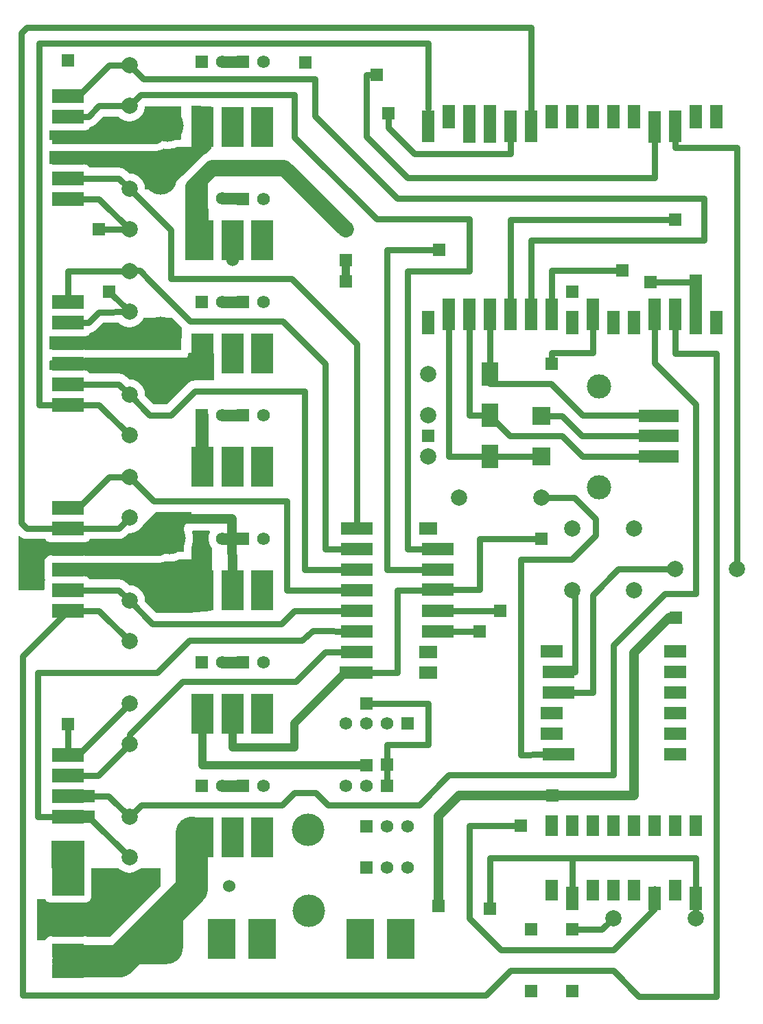
<source format=gtl>
G04 Layer: TopLayer*
G04 EasyEDA v6.5.22, 2022-12-11 22:38:22*
G04 16a389ef0e6e420cbb75d7452a4fa289,4d866ca34c7e4626bfa8f39187415ab3,10*
G04 Gerber Generator version 0.2*
G04 Scale: 100 percent, Rotated: No, Reflected: No *
G04 Dimensions in millimeters *
G04 leading zeros omitted , absolute positions ,4 integer and 5 decimal *
%FSLAX45Y45*%
%MOMM*%

%ADD10C,1.2000*%
%ADD11C,0.8000*%
%ADD12C,1.5000*%
%ADD13C,1.4000*%
%ADD14C,1.0000*%
%ADD15C,2.0000*%
%ADD16C,1.6000*%
%ADD17C,4.0000*%
%ADD18R,1.6000X3.0000*%
%ADD19R,4.0000X1.6000*%
%ADD20R,2.0000X3.0000*%
%ADD21R,1.6000X4.0000*%
%ADD22R,1.6000X2.5000*%
%ADD23R,2.2000X2.2000*%
%ADD24R,5.0000X1.5000*%
%ADD25C,3.0000*%
%ADD26R,1.5750X1.5750*%
%ADD27C,1.5750*%
%ADD28R,4.0000X1.7000*%
%ADD29R,1.6000X1.6000*%
%ADD30R,2.7000X5.0000*%
%ADD31R,2.8000X1.6000*%
%ADD32R,3.5000X5.0000*%
%ADD33R,2.2000X1.6000*%
%ADD34R,1.2000X1.6000*%
%ADD35R,1.2000X1.2000*%
%ADD36R,1.2000X1.4000*%
%ADD37C,1.5240*%
%ADD38R,1.5240X1.5240*%
%ADD39R,1.5000X1.5000*%
%ADD40R,0.0176X1.5000*%

%LPD*%
G36*
X-5168900Y3769004D02*
G01*
X-5172811Y3769766D01*
X-5176113Y3772001D01*
X-5178298Y3775252D01*
X-5179110Y3779164D01*
X-5179110Y3877157D01*
X-5178094Y3881526D01*
X-5175300Y3885082D01*
X-5171287Y3887063D01*
X-5165750Y3886860D01*
X-5152644Y3885946D01*
X-4753356Y3885946D01*
X-4740249Y3886860D01*
X-4727803Y3889552D01*
X-4715814Y3894023D01*
X-4704638Y3900170D01*
X-4694377Y3907790D01*
X-4685385Y3916832D01*
X-4677714Y3927043D01*
X-4676495Y3929278D01*
X-4673904Y3932377D01*
X-4670298Y3934206D01*
X-4658106Y3937558D01*
X-4654854Y3938676D01*
X-4644136Y3943146D01*
X-4640986Y3944670D01*
X-4627930Y3952138D01*
X-4618532Y3958945D01*
X-4615840Y3961129D01*
X-4607255Y3969004D01*
X-4517796Y4058513D01*
X-4514494Y4060698D01*
X-4510582Y4061510D01*
X-4333697Y4061510D01*
X-4329938Y4060799D01*
X-4326788Y4058767D01*
X-4312818Y4045813D01*
X-4297730Y4034434D01*
X-4281627Y4024579D01*
X-4264609Y4016349D01*
X-4246880Y4009898D01*
X-4228541Y4005224D01*
X-4209846Y4002430D01*
X-4191000Y4001465D01*
X-4172153Y4002430D01*
X-4153458Y4005224D01*
X-4135120Y4009898D01*
X-4117390Y4016349D01*
X-4100372Y4024579D01*
X-4084269Y4034434D01*
X-4069181Y4045813D01*
X-4055364Y4058665D01*
X-4042867Y4072839D01*
X-4031792Y4088180D01*
X-4022394Y4104538D01*
X-4014622Y4121759D01*
X-4008577Y4139641D01*
X-4004360Y4158081D01*
X-4002024Y4176826D01*
X-4001160Y4181348D01*
X-3998976Y4184548D01*
X-3995674Y4186682D01*
X-3991864Y4187444D01*
X-3566160Y4187444D01*
X-3562248Y4186682D01*
X-3558997Y4184446D01*
X-3556762Y4181144D01*
X-3556000Y4177284D01*
X-3556000Y3781958D01*
X-3556762Y3778097D01*
X-3558946Y3774795D01*
X-3562248Y3772560D01*
X-3566160Y3771798D01*
G37*

%LPD*%
G36*
X-3416757Y3730853D02*
G01*
X-3421227Y3730955D01*
X-3425240Y3732936D01*
X-3427984Y3736441D01*
X-3429000Y3740810D01*
X-3429000Y4180687D01*
X-3428187Y4184599D01*
X-3425951Y4187901D01*
X-3422599Y4190136D01*
X-3418687Y4190847D01*
X-3191459Y4187647D01*
X-3187446Y4186783D01*
X-3184144Y4184396D01*
X-3182010Y4180840D01*
X-3181502Y4176776D01*
X-3182620Y4172813D01*
X-3409797Y3736136D01*
X-3412693Y3732733D01*
G37*

%LPD*%
G36*
X-3991406Y3162300D02*
G01*
X-3995115Y3163011D01*
X-3998315Y3164992D01*
X-4000550Y3168040D01*
X-4001515Y3171698D01*
X-4002989Y3191459D01*
X-4006240Y3210052D01*
X-4011371Y3228238D01*
X-4018279Y3245815D01*
X-4026915Y3262629D01*
X-4037126Y3278479D01*
X-4048912Y3293262D01*
X-4062120Y3306775D01*
X-4076598Y3318916D01*
X-4092194Y3329584D01*
X-4108805Y3338626D01*
X-4126179Y3345942D01*
X-4144264Y3351529D01*
X-4162755Y3355238D01*
X-4181551Y3357118D01*
X-4192879Y3357118D01*
X-4196791Y3357930D01*
X-4200042Y3360115D01*
X-4229811Y3389884D01*
X-4238396Y3397758D01*
X-4241088Y3399942D01*
X-4250486Y3406749D01*
X-4263542Y3414217D01*
X-4266692Y3415741D01*
X-4277410Y3420211D01*
X-4280662Y3421329D01*
X-4291838Y3424478D01*
X-4295190Y3425240D01*
X-4306671Y3427069D01*
X-4310126Y3427425D01*
X-4321759Y3427933D01*
X-4669739Y3427933D01*
X-4672838Y3428441D01*
X-4675632Y3429812D01*
X-4677867Y3432048D01*
X-4685385Y3442055D01*
X-4694377Y3451047D01*
X-4704638Y3458718D01*
X-4715814Y3464814D01*
X-4727803Y3469284D01*
X-4740249Y3472027D01*
X-4753356Y3472942D01*
X-5152644Y3472942D01*
X-5165750Y3472027D01*
X-5171287Y3471824D01*
X-5175300Y3473805D01*
X-5178094Y3477310D01*
X-5179110Y3481730D01*
X-5179110Y3623157D01*
X-5178094Y3627577D01*
X-5175300Y3631082D01*
X-5171287Y3633063D01*
X-5165750Y3632860D01*
X-5152644Y3631946D01*
X-4753356Y3631946D01*
X-4740249Y3632860D01*
X-4727803Y3635603D01*
X-4725873Y3636314D01*
X-4722317Y3636924D01*
X-3864508Y3636924D01*
X-3855465Y3637178D01*
X-3846626Y3637889D01*
X-3837838Y3639007D01*
X-3829100Y3640632D01*
X-3820464Y3642715D01*
X-3811981Y3645255D01*
X-3803599Y3648201D01*
X-3795420Y3651605D01*
X-3787394Y3655415D01*
X-3779672Y3659632D01*
X-3774795Y3662679D01*
X-3771290Y3664102D01*
X-3767531Y3664102D01*
X-3762298Y3663137D01*
X-3738778Y3660698D01*
X-3715207Y3660241D01*
X-3691636Y3661664D01*
X-3668217Y3665067D01*
X-3645204Y3670300D01*
X-3622700Y3677412D01*
X-3612794Y3681476D01*
X-3608984Y3682237D01*
X-3187750Y3682949D01*
X-3183788Y3682187D01*
X-3180486Y3679901D01*
X-3178302Y3676548D01*
X-3177540Y3672636D01*
X-3178403Y3668725D01*
X-3180689Y3665423D01*
X-3248863Y3600450D01*
X-3251555Y3598621D01*
X-3264306Y3592576D01*
X-3280257Y3583025D01*
X-3295192Y3571951D01*
X-3309162Y3559251D01*
X-3537407Y3331006D01*
X-3550107Y3317036D01*
X-3560368Y3303422D01*
X-3705453Y3165094D01*
X-3708704Y3163011D01*
X-3712464Y3162300D01*
G37*

%LPD*%
G36*
X-3564636Y1181963D02*
G01*
X-4722774Y1182116D01*
X-4740249Y1186027D01*
X-4753356Y1186942D01*
X-5152644Y1186942D01*
X-5165750Y1186027D01*
X-5171287Y1185824D01*
X-5175300Y1187805D01*
X-5178094Y1191310D01*
X-5179110Y1195730D01*
X-5179110Y1337157D01*
X-5178094Y1341577D01*
X-5175300Y1345082D01*
X-5171287Y1347063D01*
X-5165750Y1346860D01*
X-5152644Y1345946D01*
X-4753356Y1345946D01*
X-4740249Y1346860D01*
X-4727803Y1349603D01*
X-4715814Y1354023D01*
X-4704638Y1360170D01*
X-4694377Y1367790D01*
X-4685385Y1376832D01*
X-4677714Y1387043D01*
X-4676495Y1389278D01*
X-4673904Y1392377D01*
X-4670298Y1394206D01*
X-4658106Y1397558D01*
X-4654854Y1398676D01*
X-4644136Y1403146D01*
X-4640986Y1404670D01*
X-4627930Y1412138D01*
X-4618532Y1418945D01*
X-4615840Y1421130D01*
X-4607255Y1429004D01*
X-4520793Y1515516D01*
X-4517542Y1517700D01*
X-4513681Y1518462D01*
X-4332325Y1520139D01*
X-4328566Y1519478D01*
X-4325315Y1517446D01*
X-4312818Y1505813D01*
X-4297730Y1494434D01*
X-4281627Y1484579D01*
X-4264609Y1476400D01*
X-4246880Y1469898D01*
X-4228541Y1465275D01*
X-4209846Y1462430D01*
X-4191000Y1461516D01*
X-4172153Y1462430D01*
X-4153458Y1465275D01*
X-4135120Y1469898D01*
X-4117390Y1476400D01*
X-4100372Y1484579D01*
X-4084269Y1494434D01*
X-4069181Y1505813D01*
X-4055364Y1518666D01*
X-4042867Y1532839D01*
X-4031792Y1548180D01*
X-4022394Y1564538D01*
X-4018838Y1572361D01*
X-4016603Y1575562D01*
X-4013301Y1577644D01*
X-4009491Y1578356D01*
X-3671620Y1575765D01*
X-3667760Y1575003D01*
X-3664508Y1572818D01*
X-3549904Y1458163D01*
X-3547618Y1454759D01*
X-3546906Y1450695D01*
X-3554476Y1191818D01*
X-3555339Y1188059D01*
X-3557524Y1184859D01*
X-3560826Y1182725D01*
G37*

%LPD*%
G36*
X-3882694Y506933D02*
G01*
X-3886606Y507746D01*
X-3889908Y509930D01*
X-3998772Y618794D01*
X-4001008Y622198D01*
X-4001719Y626211D01*
X-4001566Y632612D01*
X-4002989Y651459D01*
X-4006240Y670052D01*
X-4011371Y688238D01*
X-4018279Y705815D01*
X-4026915Y722630D01*
X-4037126Y738479D01*
X-4048912Y753262D01*
X-4062120Y766775D01*
X-4076598Y778916D01*
X-4092194Y789584D01*
X-4108805Y798626D01*
X-4126179Y805942D01*
X-4144264Y811530D01*
X-4162755Y815289D01*
X-4181551Y817168D01*
X-4192879Y817168D01*
X-4196791Y817930D01*
X-4200093Y820115D01*
X-4229811Y849884D01*
X-4238396Y857758D01*
X-4241088Y859942D01*
X-4250486Y866749D01*
X-4263542Y874217D01*
X-4266692Y875741D01*
X-4277410Y880211D01*
X-4280662Y881329D01*
X-4291838Y884478D01*
X-4295190Y885240D01*
X-4306671Y887069D01*
X-4310126Y887425D01*
X-4321759Y887933D01*
X-4669739Y887933D01*
X-4672838Y888441D01*
X-4675632Y889812D01*
X-4677867Y892048D01*
X-4685385Y902055D01*
X-4694377Y911047D01*
X-4704638Y918718D01*
X-4715814Y924814D01*
X-4727803Y929284D01*
X-4740249Y932027D01*
X-4753356Y932942D01*
X-5152644Y932942D01*
X-5165750Y932027D01*
X-5171287Y931824D01*
X-5175300Y933805D01*
X-5178094Y937310D01*
X-5179110Y941730D01*
X-5179110Y1039774D01*
X-5178298Y1043635D01*
X-5176113Y1046937D01*
X-5172811Y1049172D01*
X-5168950Y1049934D01*
X-3556304Y1049934D01*
X-3543452Y1050798D01*
X-3531006Y1053490D01*
X-3519017Y1057910D01*
X-3507790Y1064006D01*
X-3499205Y1070254D01*
X-3489960Y1079042D01*
X-3488486Y1080668D01*
X-3480815Y1090879D01*
X-3475583Y1100074D01*
X-3470808Y1111910D01*
X-3467760Y1124356D01*
X-3466846Y1133195D01*
X-3465829Y1136802D01*
X-3463594Y1139799D01*
X-3460445Y1141780D01*
X-3456736Y1142441D01*
X-3159760Y1143000D01*
X-3155899Y1142187D01*
X-3152597Y1140002D01*
X-3150362Y1136700D01*
X-3149600Y1132840D01*
X-3149600Y812749D01*
X-3150362Y808888D01*
X-3152546Y805586D01*
X-3155848Y803402D01*
X-3159760Y802589D01*
X-3387140Y802589D01*
X-3398774Y802081D01*
X-3402228Y801725D01*
X-3413658Y799896D01*
X-3417062Y799134D01*
X-3428237Y795985D01*
X-3431489Y794867D01*
X-3442208Y790397D01*
X-3445357Y788873D01*
X-3455466Y783234D01*
X-3458362Y781405D01*
X-3467760Y774598D01*
X-3470452Y772414D01*
X-3479088Y764540D01*
X-3733647Y509930D01*
X-3736949Y507746D01*
X-3740810Y506984D01*
G37*

%LPD*%
G36*
X-5551932Y-1781556D02*
G01*
X-5555792Y-1780793D01*
X-5559094Y-1778558D01*
X-5561330Y-1775307D01*
X-5562092Y-1771396D01*
X-5562092Y-1125474D01*
X-5561380Y-1121765D01*
X-5559298Y-1118514D01*
X-5556199Y-1116279D01*
X-5552490Y-1115364D01*
X-5548731Y-1115872D01*
X-5545378Y-1117701D01*
X-5541365Y-1121105D01*
X-5532018Y-1127861D01*
X-5529122Y-1129690D01*
X-5519013Y-1135329D01*
X-5515864Y-1136853D01*
X-5505145Y-1141323D01*
X-5501894Y-1142441D01*
X-5490718Y-1145590D01*
X-5487314Y-1146352D01*
X-5475884Y-1148181D01*
X-5472430Y-1148537D01*
X-5460796Y-1149045D01*
X-5236260Y-1149045D01*
X-5233162Y-1149553D01*
X-5230368Y-1150924D01*
X-5228132Y-1153160D01*
X-5220614Y-1163167D01*
X-5211572Y-1172159D01*
X-5201361Y-1179830D01*
X-5190185Y-1185976D01*
X-5178196Y-1190396D01*
X-5165750Y-1193139D01*
X-5152644Y-1194054D01*
X-4753356Y-1194054D01*
X-4740249Y-1193139D01*
X-4727803Y-1190396D01*
X-4715814Y-1185976D01*
X-4704638Y-1179830D01*
X-4694377Y-1172159D01*
X-4685385Y-1163167D01*
X-4677867Y-1153160D01*
X-4675632Y-1150924D01*
X-4672838Y-1149553D01*
X-4669739Y-1149045D01*
X-4321759Y-1149045D01*
X-4310126Y-1148537D01*
X-4306671Y-1148181D01*
X-4295190Y-1146352D01*
X-4291838Y-1145590D01*
X-4280662Y-1142441D01*
X-4277410Y-1141323D01*
X-4266692Y-1136853D01*
X-4263542Y-1135329D01*
X-4250486Y-1127861D01*
X-4241088Y-1121054D01*
X-4238396Y-1118870D01*
X-4229811Y-1110996D01*
X-4200245Y-1081379D01*
X-4196689Y-1079093D01*
X-4192524Y-1078433D01*
X-4172153Y-1077569D01*
X-4153458Y-1074724D01*
X-4135120Y-1070102D01*
X-4117390Y-1063599D01*
X-4100372Y-1055420D01*
X-4084269Y-1045565D01*
X-4069181Y-1034186D01*
X-4055364Y-1021334D01*
X-4042867Y-1007160D01*
X-4031792Y-991819D01*
X-4026408Y-982471D01*
X-4024833Y-980389D01*
X-3862730Y-818286D01*
X-3859428Y-816102D01*
X-3855516Y-815289D01*
X-3439160Y-815289D01*
X-3435248Y-816102D01*
X-3431997Y-818286D01*
X-3429762Y-821588D01*
X-3429000Y-825449D01*
X-3429000Y-920597D01*
X-3429711Y-924356D01*
X-3431743Y-927557D01*
X-3434791Y-929792D01*
X-3438448Y-930757D01*
X-3441750Y-930960D01*
X-3454196Y-933703D01*
X-3466185Y-938174D01*
X-3477361Y-944270D01*
X-3487572Y-951941D01*
X-3496614Y-960932D01*
X-3504285Y-971194D01*
X-3510381Y-982370D01*
X-3514851Y-994359D01*
X-3517595Y-1006805D01*
X-3518509Y-1019911D01*
X-3518509Y-1300886D01*
X-3519271Y-1304798D01*
X-3521506Y-1308049D01*
X-3524758Y-1310284D01*
X-3528669Y-1311046D01*
X-5079644Y-1311046D01*
X-5092750Y-1311960D01*
X-5105196Y-1314704D01*
X-5117185Y-1319174D01*
X-5128361Y-1325270D01*
X-5138572Y-1332941D01*
X-5147614Y-1341932D01*
X-5153304Y-1349603D01*
X-5156606Y-1352397D01*
X-5160721Y-1353616D01*
X-5165750Y-1353972D01*
X-5178196Y-1356715D01*
X-5190185Y-1361135D01*
X-5201361Y-1367282D01*
X-5211572Y-1374952D01*
X-5220614Y-1383944D01*
X-5228285Y-1394155D01*
X-5234381Y-1405382D01*
X-5238851Y-1417370D01*
X-5241544Y-1429816D01*
X-5242509Y-1442923D01*
X-5242509Y-1612188D01*
X-5241544Y-1625295D01*
X-5238851Y-1637741D01*
X-5234127Y-1650390D01*
X-5233517Y-1655165D01*
X-5234127Y-1658721D01*
X-5238851Y-1671370D01*
X-5241544Y-1683816D01*
X-5242509Y-1696923D01*
X-5242509Y-1771396D01*
X-5243271Y-1775307D01*
X-5245455Y-1778558D01*
X-5248757Y-1780793D01*
X-5252669Y-1781556D01*
G37*

%LPD*%
G36*
X-3848150Y-2067610D02*
G01*
X-3852062Y-2066798D01*
X-3855364Y-2064613D01*
X-3998722Y-1921205D01*
X-4001008Y-1917801D01*
X-4001719Y-1913788D01*
X-4001566Y-1907387D01*
X-4002989Y-1888540D01*
X-4006240Y-1869948D01*
X-4011371Y-1851761D01*
X-4018279Y-1834184D01*
X-4026865Y-1817370D01*
X-4037126Y-1801520D01*
X-4048912Y-1786737D01*
X-4062120Y-1773224D01*
X-4076598Y-1761083D01*
X-4092194Y-1750415D01*
X-4108754Y-1741373D01*
X-4126179Y-1734057D01*
X-4144213Y-1728470D01*
X-4162755Y-1724710D01*
X-4181551Y-1722831D01*
X-4192879Y-1722831D01*
X-4196791Y-1722069D01*
X-4200093Y-1719884D01*
X-4229811Y-1690116D01*
X-4238396Y-1682242D01*
X-4241088Y-1680057D01*
X-4250486Y-1673250D01*
X-4263542Y-1665782D01*
X-4266692Y-1664258D01*
X-4277410Y-1659788D01*
X-4280662Y-1658670D01*
X-4291838Y-1655521D01*
X-4295190Y-1654759D01*
X-4306671Y-1652930D01*
X-4310126Y-1652574D01*
X-4321759Y-1652066D01*
X-4669739Y-1652066D01*
X-4672838Y-1651558D01*
X-4675632Y-1650187D01*
X-4677867Y-1647952D01*
X-4685385Y-1637944D01*
X-4694377Y-1628952D01*
X-4704638Y-1621282D01*
X-4715814Y-1615135D01*
X-4727803Y-1610715D01*
X-4740249Y-1607972D01*
X-4753356Y-1607058D01*
X-5069840Y-1607058D01*
X-5073700Y-1606296D01*
X-5077002Y-1604060D01*
X-5079238Y-1600758D01*
X-5080000Y-1596898D01*
X-5080000Y-1458214D01*
X-5079238Y-1454353D01*
X-5077002Y-1451051D01*
X-5073700Y-1448816D01*
X-5069840Y-1448054D01*
X-4753356Y-1448054D01*
X-4740249Y-1447139D01*
X-4727803Y-1444396D01*
X-4725873Y-1443685D01*
X-4722317Y-1443075D01*
X-3826408Y-1443075D01*
X-3817365Y-1442821D01*
X-3808526Y-1442110D01*
X-3799738Y-1440992D01*
X-3791000Y-1439367D01*
X-3782364Y-1437284D01*
X-3773881Y-1434744D01*
X-3765550Y-1431798D01*
X-3755948Y-1427734D01*
X-3753104Y-1426972D01*
X-3750106Y-1427073D01*
X-3736898Y-1429562D01*
X-3713378Y-1431950D01*
X-3689756Y-1432458D01*
X-3666185Y-1430985D01*
X-3642817Y-1427632D01*
X-3619804Y-1422400D01*
X-3597300Y-1415237D01*
X-3575405Y-1406347D01*
X-3566210Y-1401673D01*
X-3563975Y-1400810D01*
X-3561587Y-1400556D01*
X-3430015Y-1400556D01*
X-3429000Y-1399540D01*
X-3429000Y-1257300D01*
X-3428339Y-1253642D01*
X-3421481Y-1235811D01*
X-3414826Y-1213154D01*
X-3410051Y-1190040D01*
X-3407156Y-1166571D01*
X-3406190Y-1143000D01*
X-3407156Y-1119378D01*
X-3410051Y-1095959D01*
X-3414826Y-1072845D01*
X-3417315Y-1064209D01*
X-3417722Y-1060500D01*
X-3416706Y-1056894D01*
X-3414471Y-1053896D01*
X-3411270Y-1051915D01*
X-3407613Y-1051204D01*
X-3204464Y-1051204D01*
X-3200400Y-1052068D01*
X-3196996Y-1054506D01*
X-3194862Y-1058113D01*
X-3194354Y-1062278D01*
X-3195624Y-1066292D01*
X-3199282Y-1072997D01*
X-3206292Y-1089456D01*
X-3211423Y-1106627D01*
X-3214776Y-1124204D01*
X-3216198Y-1142085D01*
X-3215690Y-1159967D01*
X-3213354Y-1177747D01*
X-3209086Y-1195120D01*
X-3202990Y-1211986D01*
X-3195167Y-1228090D01*
X-3185668Y-1243279D01*
X-3177184Y-1254099D01*
X-3175558Y-1257046D01*
X-3175000Y-1260348D01*
X-3175000Y-2026462D01*
X-3175660Y-2030069D01*
X-3177590Y-2033219D01*
X-3180486Y-2035505D01*
X-3184042Y-2036572D01*
X-3463899Y-2067610D01*
G37*

%LPD*%
G36*
X-5323840Y-6099556D02*
G01*
X-5327700Y-6098794D01*
X-5331002Y-6096558D01*
X-5333238Y-6093256D01*
X-5334000Y-6089396D01*
X-5334000Y-5601716D01*
X-5333238Y-5597804D01*
X-5331002Y-5594502D01*
X-5327700Y-5592318D01*
X-5323840Y-5591556D01*
X-5237784Y-5591556D01*
X-5234228Y-5592165D01*
X-5231130Y-5594045D01*
X-5220614Y-5608167D01*
X-5211572Y-5617159D01*
X-5201361Y-5624830D01*
X-5190185Y-5630926D01*
X-5178196Y-5635396D01*
X-5165750Y-5638139D01*
X-5152644Y-5639054D01*
X-5143195Y-5639409D01*
X-4750155Y-5639409D01*
X-4737049Y-5638444D01*
X-4724603Y-5635752D01*
X-4712614Y-5631281D01*
X-4701387Y-5625185D01*
X-4691176Y-5617514D01*
X-4682185Y-5608472D01*
X-4674514Y-5598261D01*
X-4668367Y-5587085D01*
X-4663948Y-5575096D01*
X-4661204Y-5562600D01*
X-4660290Y-5549544D01*
X-4660290Y-5220716D01*
X-4659528Y-5216804D01*
X-4657293Y-5213502D01*
X-4653991Y-5211318D01*
X-4650130Y-5210556D01*
X-4332325Y-5210556D01*
X-4328363Y-5211368D01*
X-4325061Y-5213604D01*
X-4319879Y-5218887D01*
X-4305401Y-5231028D01*
X-4289806Y-5241696D01*
X-4273194Y-5250738D01*
X-4255820Y-5258054D01*
X-4237736Y-5263642D01*
X-4219244Y-5267350D01*
X-4200448Y-5269230D01*
X-4181551Y-5269230D01*
X-4162755Y-5267350D01*
X-4144264Y-5263642D01*
X-4126179Y-5258054D01*
X-4108805Y-5250738D01*
X-4092194Y-5241696D01*
X-4076598Y-5231028D01*
X-4062120Y-5218887D01*
X-4056938Y-5213604D01*
X-4053636Y-5211368D01*
X-4049674Y-5210556D01*
X-3820160Y-5210556D01*
X-3816248Y-5211318D01*
X-3812997Y-5213502D01*
X-3810762Y-5216804D01*
X-3810000Y-5220716D01*
X-3810000Y-5431891D01*
X-3810762Y-5435803D01*
X-3812997Y-5439105D01*
X-4434941Y-6061049D01*
X-4438243Y-6063284D01*
X-4442155Y-6064046D01*
X-4706112Y-6064046D01*
X-4708601Y-6063742D01*
X-4710988Y-6062776D01*
X-4715814Y-6060135D01*
X-4727803Y-6055664D01*
X-4740249Y-6052972D01*
X-4753356Y-6052058D01*
X-5152644Y-6052058D01*
X-5165750Y-6052972D01*
X-5178196Y-6055664D01*
X-5190185Y-6060135D01*
X-5201361Y-6066282D01*
X-5211572Y-6073902D01*
X-5220614Y-6082944D01*
X-5231130Y-6097066D01*
X-5234228Y-6098895D01*
X-5237784Y-6099556D01*
G37*

%LPD*%
G36*
X-5156200Y-4876800D02*
G01*
X-5143500Y-5549900D01*
X-4749800Y-5549900D01*
X-4749800Y-4876800D01*
G37*
G36*
X-3505200Y2552700D02*
G01*
X-3505200Y2286000D01*
X-3378200Y2286000D01*
X-3289300Y2536444D01*
X-3488944Y2536444D01*
G37*
G36*
X-4025900Y-6070600D02*
G01*
X-4222750Y-6267450D01*
X-4089400Y-6400800D01*
X-3733800Y-6400800D01*
G37*
G36*
X-3525113Y-5848350D02*
G01*
X-3790035Y-5850128D01*
X-3728313Y-5911850D01*
X-3728313Y-6216650D01*
X-3525113Y-6191250D01*
G37*
D10*
X2552694Y-2120894D02*
G01*
X2463794Y-2120894D01*
X2031994Y-2552694D01*
X2031994Y-4317992D01*
X1024105Y-4317992D01*
D11*
X889005Y369443D02*
G01*
X1142994Y369443D01*
X1392976Y119456D01*
X2338981Y119456D01*
X-388873Y-1778507D02*
G01*
X127000Y-1778507D01*
X127000Y-1616963D01*
X127000Y-1146555D01*
X889000Y-1146555D01*
X-1389019Y-2797555D02*
G01*
X-1523994Y-2797555D01*
X2235200Y2019300D02*
G01*
X2781300Y2019300D01*
X2794000Y2032000D01*
D12*
X2793974Y1520342D02*
G01*
X2793974Y2031974D01*
X2794000Y2032000D01*
D13*
X-3047994Y-2670558D02*
G01*
X-2793994Y-2670558D01*
D14*
X-3289294Y-3305555D02*
G01*
X-3289294Y-3940555D01*
X-1269994Y-3940555D01*
X-1270005Y-3958336D01*
D11*
X-253994Y1520444D02*
G01*
X-253994Y-130555D01*
X889005Y-130555D01*
D13*
X-3047994Y1774441D02*
G01*
X-2793994Y1774441D01*
D11*
X-4953000Y-2035555D02*
G01*
X-5511800Y-2594355D01*
X-5511800Y-6781800D01*
X203200Y-6781800D01*
X508000Y-6477000D01*
X1778000Y-6477000D01*
X2095500Y-6794500D01*
X3048000Y-6794500D01*
X3048000Y1139444D01*
X2543556Y1139444D01*
X2540000Y1143000D01*
X2540000Y1520444D01*
X2540000Y4060444D02*
G01*
X2540000Y3679444D01*
X3302000Y3679444D01*
X3302000Y-1524000D01*
D15*
X-3302000Y2536444D02*
G01*
X-3403600Y2536444D01*
X-3403600Y3196844D01*
X-3175000Y3425444D01*
X-2282444Y3425444D01*
X-1524000Y2667000D01*
D16*
X-3289292Y2552694D02*
G01*
X-3301992Y2565394D01*
X-3305700Y3294379D01*
D11*
X2794000Y-5829300D02*
G01*
X2794000Y-5083555D01*
X1270000Y-5083555D01*
X1270000Y-5480557D01*
X-1389126Y-1273555D02*
G01*
X-1778000Y-1273555D01*
X-1778000Y1012444D01*
X-2302255Y1536700D01*
X-3445255Y1536700D01*
X-3937000Y2028444D01*
X-4063992Y2158994D01*
X-4187444Y2155444D01*
X-4191000Y2151887D01*
D17*
X-3428992Y-4775189D02*
G01*
X-3428994Y-5464533D01*
X-4190994Y-6226533D01*
D11*
X-4191000Y-4579112D02*
G01*
X-4044187Y-4432300D01*
X-2311400Y-4432300D01*
X-2159000Y-4279900D01*
X-1892300Y-4279900D01*
X-1739900Y-4432300D01*
X-618744Y-4432300D01*
X-250444Y-4064000D01*
X997341Y-4064000D01*
X-1905000Y4445000D02*
G01*
X-1905000Y4064000D01*
X-889000Y3048000D01*
X2895600Y3048000D01*
X2895600Y2536444D01*
X762000Y2536444D01*
X762000Y1622044D01*
D12*
X254000Y4060317D02*
G01*
X254000Y3810000D01*
X-25Y4060342D02*
G01*
X0Y4060317D01*
X0Y3810000D01*
D11*
X-508000Y-1273555D02*
G01*
X-762000Y-1273555D01*
X-762000Y2155444D01*
X0Y2155444D01*
X0Y2794000D01*
X-1143000Y2794000D01*
X-2155444Y3806444D01*
X-2155444Y4330700D01*
X-4051300Y4330700D01*
X-4191000Y4191000D01*
X1524000Y1520444D02*
G01*
X1524000Y1143000D01*
X1016000Y1143000D01*
X1016000Y1012444D01*
X-4952994Y-3813555D02*
G01*
X-4952994Y-3432550D01*
X-4952994Y-4067555D02*
G01*
X-4575545Y-4067555D01*
X-4190994Y-3683002D01*
X-4952994Y4060444D02*
G01*
X-4698994Y4060444D01*
X-4568441Y4190997D01*
X-4190994Y4190997D01*
X-4952994Y3044444D02*
G01*
X-4568441Y3044444D01*
X-4190994Y2666997D01*
D17*
X-4190994Y-6226533D02*
G01*
X-4318012Y-6353550D01*
X-4952994Y-6353550D01*
D11*
X-4952994Y1520444D02*
G01*
X-4698994Y1520444D01*
X-4571994Y1647444D01*
X-4190994Y1650997D01*
X-1388993Y-2797555D02*
G01*
X-889005Y-2797555D01*
X-889005Y-1781555D01*
X-491995Y-1781555D01*
X-4952994Y1774444D02*
G01*
X-4952994Y2155436D01*
X-4444994Y2155436D01*
X-4194545Y2155436D01*
X-4190994Y2151890D01*
X-4952994Y-4575555D02*
G01*
X-4698994Y-4575555D01*
X-4190994Y1650997D02*
G01*
X-4441441Y1901444D01*
X-4444994Y1901444D01*
X-4952994Y3298444D02*
G01*
X-4321545Y3298444D01*
X-4190994Y3167890D01*
X-4952994Y504444D02*
G01*
X-4568441Y504444D01*
X-4190994Y126997D01*
X-4952994Y758444D02*
G01*
X-4321545Y758444D01*
X-4190994Y627890D01*
X-4952994Y-765555D02*
G01*
X-4825994Y-765555D01*
X-4444994Y-384555D01*
X-4194545Y-384555D01*
X-4190994Y-388109D01*
X-4952994Y-1019555D02*
G01*
X-4321545Y-1019555D01*
X-4190994Y-889002D01*
X-4952994Y-1781555D02*
G01*
X-4321545Y-1781555D01*
X-4190994Y-1912109D01*
X-4952994Y-2035555D02*
G01*
X-4568441Y-2035555D01*
X-4190994Y-2413002D01*
X-4952994Y-3813555D02*
G01*
X-4822441Y-3813555D01*
X-4190994Y-3182109D01*
X-4952994Y-4321555D02*
G01*
X-4448545Y-4321555D01*
X-4190994Y-4579109D01*
X-4952994Y-4575555D02*
G01*
X-4695441Y-4575555D01*
X-4190994Y-5080002D01*
X-388993Y-2289555D02*
G01*
X126994Y-2289550D01*
X380994Y-2035555D02*
G01*
X-388993Y-2035555D01*
X-4952994Y4314444D02*
G01*
X-4825987Y4314444D01*
X-4444994Y4695431D01*
X-4194535Y4695431D01*
X-4190994Y4691890D01*
X-368300Y2413000D02*
G01*
X-1016005Y2413000D01*
X-1016005Y-1527553D01*
X-508005Y-1527553D01*
X507982Y1621944D02*
G01*
X507982Y2790436D01*
X2539987Y2790436D01*
X1015982Y1621947D02*
G01*
X1015982Y2159000D01*
X1892300Y2159000D01*
X-4190994Y2666997D02*
G01*
X-4571994Y2666997D01*
D16*
X-4952994Y3806446D02*
G01*
X-3864353Y3806446D01*
X-3721100Y3949700D01*
X-3809994Y1393444D02*
G01*
X-3936994Y1266444D01*
X-4734328Y1266444D01*
X-3809994Y758444D02*
G01*
X-4063994Y1012444D01*
X-3416343Y1012444D01*
X-3289294Y1139492D01*
X-3289294Y1139492D02*
G01*
X-3416343Y1012444D01*
X-4734476Y1012598D01*
X-3695700Y-1143000D02*
G01*
X-3826253Y-1273553D01*
X-4734328Y-1273553D01*
X-3809994Y-1781555D02*
G01*
X-4063994Y-1527555D01*
X-4734328Y-1527555D01*
X-3809994Y3298444D02*
G01*
X-4063994Y3552444D01*
X-4734173Y3552598D01*
D11*
X508000Y4060444D02*
G01*
X508000Y3599942D01*
X-678942Y3599942D01*
X-999997Y3920997D01*
X-999997Y4100068D01*
X2286000Y4060444D02*
G01*
X2286000Y3302000D01*
X-762000Y3302000D01*
X-1270000Y3810000D01*
X-1270000Y4572000D01*
X-1143000Y4572000D01*
X1778000Y-5829300D02*
G01*
X1638330Y-5968969D01*
X1269987Y-5968969D01*
D13*
X-3047994Y-4194558D02*
G01*
X-2793994Y-4194558D01*
X-3047994Y377441D02*
G01*
X-2793994Y377441D01*
X-3048000Y3048000D02*
G01*
X-2797553Y3048000D01*
X-2793994Y3044441D01*
X-3047974Y4737100D02*
G01*
X-2794000Y4737100D01*
D11*
X254000Y1520444D02*
G01*
X254000Y762000D01*
X1012444Y762000D01*
X1397000Y377444D01*
X2339086Y377444D01*
X2339086Y-130555D02*
G01*
X1397000Y-130555D01*
X1143000Y123444D01*
X498855Y123444D01*
X244855Y377444D01*
X0Y377444D01*
X0Y1647444D01*
X-1016000Y-3934716D02*
G01*
X-1016000Y-3686555D01*
X-508000Y-3686555D01*
X-508000Y-3178555D01*
X-1270000Y-3178555D01*
X-1016000Y-4194555D02*
G01*
X-1016000Y-3934716D01*
X-4191000Y-1912112D02*
G01*
X-3906012Y-2197100D01*
X-2320544Y-2197100D01*
X-2159000Y-2035555D01*
X-1389126Y-2035555D01*
D14*
X-1523994Y2028441D02*
G01*
X-1523997Y2285994D01*
X-1388871Y-2797555D02*
G01*
X-1392681Y-2794000D01*
X-1524000Y-2794000D01*
X-2159000Y-3429000D01*
X-2159000Y-3721100D01*
X-2921000Y-3721100D01*
X-2921000Y-3305555D01*
D11*
X-4191000Y-3683000D02*
G01*
X-4191000Y-3559555D01*
X-3539744Y-2908300D01*
X-2142744Y-2908300D01*
X-1778000Y-2543555D01*
X-1388871Y-2543555D01*
X-4191000Y627887D02*
G01*
X-3940555Y377444D01*
X-3683000Y377444D01*
X-3387344Y673100D01*
X-2032000Y673100D01*
X-2032000Y-1527555D01*
X-1389126Y-1527555D01*
X-4191000Y3167887D02*
G01*
X-3683000Y2659887D01*
X-3683000Y2057400D01*
X-2187955Y2057400D01*
X-1389126Y1258570D01*
X-1389126Y-1019555D01*
X-4191000Y4691887D02*
G01*
X-4020312Y4521200D01*
X-1905000Y4521200D01*
X-1905000Y4445000D01*
X-4953000Y-1019555D02*
G01*
X-5461000Y-1019555D01*
X-5524500Y-956055D01*
X-5524500Y5089144D01*
X-5457444Y5156200D01*
X762000Y5156200D01*
X762000Y4060444D01*
X-4953000Y504444D02*
G01*
X-5308600Y504444D01*
X-5308600Y4965700D01*
X-508000Y4965700D01*
X-508000Y4162044D01*
X-4699000Y-4575555D02*
G01*
X-5321300Y-4575555D01*
X-5321300Y-2797555D01*
X-3848100Y-2797555D01*
X-3450844Y-2400300D01*
X-2060447Y-2400300D01*
X-1930394Y-2285994D01*
X-1389126Y-2289555D01*
X-4191000Y-388112D02*
G01*
X-4187444Y-388112D01*
X-3889755Y-685800D01*
X-2247900Y-685800D01*
X-2247900Y-1781555D01*
X-1388871Y-1781555D01*
X899998Y-3809992D02*
G01*
X635000Y-3813555D01*
X635000Y-1400555D01*
X1266444Y-1400555D01*
X1562100Y-1104900D01*
X1562100Y-901700D01*
X1298955Y-638555D01*
X889000Y-638555D01*
X1016000Y-2794000D02*
G01*
X1308100Y-2794000D01*
X1308100Y-1819655D01*
X1270000Y-1781555D01*
X2540000Y-1524000D02*
G01*
X1841500Y-1524000D01*
X1524000Y-1841500D01*
X1524000Y-3048000D01*
X1016000Y-3048000D01*
X1270000Y-5083553D02*
G01*
X254000Y-5083553D01*
X254000Y-5715000D01*
X2286000Y-5464553D02*
G01*
X2286000Y-5715000D01*
X1778000Y-6223000D01*
X393712Y-6223000D01*
X0Y-5829287D01*
X0Y-4686300D01*
X635000Y-4686300D01*
D10*
X1024105Y-4317992D02*
G01*
X-127002Y-4317992D01*
X-381000Y-4571989D01*
X-381000Y-5676889D01*
D11*
X997341Y-4064000D02*
G01*
X1778000Y-4064000D01*
X1778000Y-2463800D01*
X2413000Y-1828800D01*
X2794000Y-1828800D01*
X2794000Y508000D01*
X2286000Y1016000D01*
X2286000Y1520444D01*
D16*
X-3302000Y377444D02*
G01*
X-3302000Y-257555D01*
X-3289300Y-257555D01*
D13*
X-3047994Y-1146558D02*
G01*
X-2793994Y-1146558D01*
D10*
X-2921000Y-1781555D02*
G01*
X-2931160Y-901700D01*
X-3848100Y-901700D01*
X-3975100Y-1028700D01*
D18*
G01*
X2794000Y-5583554D03*
G01*
X2286000Y-5583554D03*
G01*
X1270000Y-5583554D03*
D19*
G01*
X1099997Y-3810000D03*
G01*
X1099997Y-3048000D03*
G01*
X1099997Y-2794000D03*
G01*
X-1388998Y-1019555D03*
G01*
X-1388998Y-1273555D03*
G01*
X-1388998Y-1527555D03*
G01*
X-1388998Y-1781555D03*
G01*
X-1388998Y-2035555D03*
G01*
X-1388998Y-2289555D03*
G01*
X-1388998Y-2543555D03*
G01*
X-1388998Y-2797555D03*
G01*
X-389001Y-1778558D03*
G01*
X-389001Y-2289555D03*
G01*
X-389001Y-2035555D03*
G01*
X-389001Y-1527555D03*
G01*
X-389001Y-1273555D03*
D20*
G01*
X254000Y-130555D03*
G01*
X254000Y377444D03*
G01*
X254000Y885444D03*
D21*
G01*
X2539974Y3940352D03*
G01*
X507974Y3940352D03*
G01*
X-508025Y3940352D03*
G01*
X2539974Y1621942D03*
G01*
X2285974Y1621942D03*
G01*
X1015974Y1621942D03*
G01*
X761974Y1621942D03*
G01*
X507974Y1621942D03*
G01*
X253974Y1621942D03*
G01*
X-25Y1621942D03*
G01*
X-254025Y1621942D03*
G01*
X761974Y3940352D03*
G01*
X1523974Y1621942D03*
G01*
X2285974Y3933342D03*
D17*
G01*
X-1981200Y-5737199D03*
G01*
X-1983206Y-4735195D03*
D22*
G01*
X2794000Y-4686554D03*
G01*
X2540000Y-4686554D03*
G01*
X1270000Y-4686554D03*
G01*
X1016000Y-4686554D03*
G01*
X2286000Y-4686554D03*
G01*
X2032000Y-4686554D03*
G01*
X1524000Y-4686554D03*
G01*
X1778000Y-4686554D03*
G01*
X1016000Y-5480557D03*
G01*
X1524000Y-5480557D03*
G01*
X1778000Y-5480557D03*
G01*
X2032000Y-5480557D03*
G01*
X2540000Y-5480557D03*
D23*
G01*
X889000Y-130555D03*
G01*
X889000Y369443D03*
D24*
G01*
X2338984Y-130555D03*
G01*
X2338984Y119456D03*
G01*
X2338984Y369443D03*
D25*
G01*
X1600200Y-511555D03*
G01*
X1600174Y733044D03*
D15*
G01*
X-127000Y-638555D03*
G01*
X889000Y-638555D03*
D26*
G01*
X-3301974Y4737100D03*
D27*
G01*
X-3047974Y4737100D03*
D26*
G01*
X-3302000Y1774444D03*
D27*
G01*
X-3048000Y1774444D03*
D26*
G01*
X-3302000Y-1146555D03*
D27*
G01*
X-3048000Y-1146555D03*
D26*
G01*
X-3302000Y-4194555D03*
D27*
G01*
X-3048000Y-4194555D03*
D26*
G01*
X-3301974Y3048000D03*
D27*
G01*
X-3048000Y3048000D03*
D26*
G01*
X-3302000Y-2670555D03*
D27*
G01*
X-3048000Y-2670555D03*
D26*
G01*
X-3302000Y377444D03*
D27*
G01*
X-3048000Y377444D03*
D26*
G01*
X-2794000Y4737100D03*
D27*
G01*
X-2540000Y4737100D03*
D26*
G01*
X-2794000Y1774444D03*
D27*
G01*
X-2540000Y1774444D03*
D26*
G01*
X-2794000Y-1146555D03*
D27*
G01*
X-2540000Y-1146555D03*
D26*
G01*
X-2794000Y-4194555D03*
D27*
G01*
X-2540000Y-4194555D03*
D26*
G01*
X-2794000Y3044444D03*
D27*
G01*
X-2540000Y3044444D03*
D26*
G01*
X-2794000Y-2670555D03*
D27*
G01*
X-2540000Y-2670555D03*
D26*
G01*
X-2794000Y377444D03*
D27*
G01*
X-2540000Y377444D03*
D28*
G01*
X-4953000Y3044444D03*
G01*
X-4953000Y3298444D03*
G01*
X-4953000Y3552444D03*
G01*
X-4953000Y3806444D03*
G01*
X-4953000Y4060444D03*
G01*
X-4953000Y4314444D03*
G01*
X-4953000Y504444D03*
G01*
X-4953000Y758444D03*
G01*
X-4953000Y1012444D03*
G01*
X-4953000Y1266444D03*
G01*
X-4953000Y1520444D03*
G01*
X-4953000Y1774444D03*
G01*
X-4953000Y-2035555D03*
G01*
X-4953000Y-1781555D03*
G01*
X-4953000Y-1527555D03*
G01*
X-4953000Y-1273555D03*
G01*
X-4953000Y-1019555D03*
G01*
X-4953000Y-765555D03*
G01*
X-4953000Y-5210555D03*
G01*
X-4953000Y-5464555D03*
G01*
X-4953000Y-5718555D03*
G01*
X-4953000Y-5972555D03*
G01*
X-4953000Y-6226555D03*
G01*
X-4953000Y-6480555D03*
G01*
X-4953000Y-4575555D03*
G01*
X-4953000Y-4321555D03*
G01*
X-4953000Y-4067555D03*
G01*
X-4953000Y-3813555D03*
D26*
G01*
X-762000Y-3429000D03*
D27*
G01*
X-1015974Y-3429000D03*
G01*
X-1269974Y-3429000D03*
G01*
X-1523974Y-3429000D03*
G01*
X-1524000Y-4194555D03*
G01*
X-1270000Y-4194555D03*
D26*
G01*
X-1016000Y-4194555D03*
D27*
G01*
X-761974Y-5207000D03*
G01*
X-1015974Y-5207000D03*
D26*
G01*
X-1270000Y-5207000D03*
D27*
G01*
X-761974Y-4699000D03*
G01*
X-1015974Y-4699000D03*
D26*
G01*
X-1270000Y-4699000D03*
D29*
G01*
X761974Y-6730974D03*
G01*
X1269974Y-6730974D03*
G01*
X1269974Y-5968974D03*
G01*
X761974Y-5968974D03*
D30*
G01*
X-2552700Y3933469D03*
G01*
X-3289300Y3933469D03*
G01*
X-2921000Y3933469D03*
G01*
X-2552700Y1139494D03*
G01*
X-3289300Y1139494D03*
G01*
X-2921000Y1139494D03*
G01*
X-2552700Y-1781555D03*
G01*
X-3289300Y-1781555D03*
G01*
X-2921000Y-1781555D03*
G01*
X-2552700Y-4829555D03*
G01*
X-3289300Y-4829555D03*
G01*
X-2921000Y-4829555D03*
G01*
X-2552700Y2536444D03*
G01*
X-3289300Y2536444D03*
G01*
X-2921000Y2536444D03*
G01*
X-2552700Y-3305555D03*
G01*
X-3289300Y-3305555D03*
G01*
X-2921000Y-3305555D03*
G01*
X-2552700Y-257606D03*
G01*
X-3289300Y-257606D03*
G01*
X-2921000Y-257606D03*
D15*
G01*
X1270000Y-1781555D03*
G01*
X1270000Y-1019555D03*
G01*
X2032000Y-1781555D03*
G01*
X2032000Y-1019555D03*
G01*
X2540000Y-1524000D03*
G01*
X3302000Y-1524000D03*
D31*
G01*
X2540000Y-3810000D03*
G01*
X2540000Y-3556000D03*
G01*
X2540000Y-3302000D03*
G01*
X2540000Y-3048000D03*
G01*
X2540000Y-2794000D03*
G01*
X2540000Y-2540000D03*
G01*
X1016000Y-2540000D03*
G01*
X1016000Y-3302000D03*
G01*
X1016000Y-3556000D03*
D15*
G01*
X-4191000Y4691887D03*
G01*
X-4191000Y4191000D03*
G01*
X-4191000Y2151887D03*
G01*
X-4191000Y1651000D03*
G01*
X-4191000Y-388112D03*
G01*
X-4191000Y-889000D03*
G01*
X-4191000Y-5080000D03*
G01*
X-4191000Y-4579112D03*
G01*
X-4191000Y3167887D03*
G01*
X-4191000Y2667000D03*
G01*
X-4191000Y627887D03*
G01*
X-4191000Y127000D03*
G01*
X-4191000Y-1912112D03*
G01*
X-4191000Y-2413000D03*
G01*
X-4191000Y-3683000D03*
G01*
X-4191000Y-3182112D03*
D32*
G01*
X-1342644Y-6083274D03*
G01*
X-841755Y-6083274D03*
G01*
X-2556255Y-6083300D03*
G01*
X-3057144Y-6083300D03*
D33*
G01*
X-508000Y-2797555D03*
G01*
X-508000Y-2543555D03*
G01*
X-508000Y-1019555D03*
D15*
G01*
X2794000Y-5829300D03*
G01*
X1778000Y-5829300D03*
G01*
X-508000Y-130555D03*
G01*
X-508000Y377444D03*
G01*
X-508000Y885444D03*
D18*
G01*
X3047974Y4060342D03*
G01*
X2793974Y4060342D03*
G01*
X2031974Y4060342D03*
G01*
X1777974Y4060342D03*
G01*
X1523974Y4060342D03*
G01*
X1269974Y4060342D03*
G01*
X1015974Y4060342D03*
G01*
X253974Y4060342D03*
G01*
X-25Y4060342D03*
G01*
X-254025Y4060342D03*
G01*
X3047974Y1520342D03*
G01*
X2793974Y1520342D03*
G01*
X2031974Y1520342D03*
G01*
X1777974Y1520342D03*
G01*
X1269974Y1520342D03*
G01*
X-508025Y1520342D03*
D29*
G01*
X-1270000Y-3940555D03*
G01*
X-1524000Y2666974D03*
G01*
X-4445000Y1901444D03*
G01*
X1270000Y1901444D03*
G01*
X126974Y-2289555D03*
G01*
X-999997Y4099991D03*
G01*
X-3302000Y130632D03*
G01*
X-508000Y123444D03*
G01*
X254000Y-5714974D03*
G01*
X-1524000Y-2797555D03*
G01*
X635000Y-4686300D03*
G01*
X-368300Y2413000D03*
G01*
X381000Y-2035555D03*
G01*
X-1270000Y-3178555D03*
G01*
X2540000Y2790444D03*
G01*
X1892300Y2158974D03*
G01*
X1016000Y1012444D03*
G01*
X-4445000Y3933418D03*
G01*
X-4445000Y1393444D03*
D34*
G01*
X-5461000Y-1654555D03*
G01*
X-5461000Y-1273555D03*
D35*
G01*
X-4064000Y-1273555D03*
D34*
G01*
X-4064000Y-5464530D03*
G01*
X-4572000Y-5845530D03*
G01*
X-5207000Y-5845530D03*
D29*
G01*
X889000Y-1146555D03*
D17*
G01*
X-3721100Y3949700D03*
G01*
X-3810000Y3298444D03*
G01*
X-3810000Y1393444D03*
G01*
X-3810000Y758444D03*
G01*
X-3695700Y-1143000D03*
G01*
X-3810000Y-1781555D03*
G01*
X-3733800Y-6197600D03*
G01*
X-4445000Y-5464555D03*
D34*
G01*
X-5080000Y-4956530D03*
G01*
X-4191000Y-6226530D03*
D36*
G01*
X-4064000Y3425444D03*
D29*
G01*
X-4699000Y-4321555D03*
G01*
X-4699000Y-4575555D03*
G01*
X-4953000Y-3432555D03*
G01*
X2235174Y2019274D03*
G01*
X-1524000Y2028444D03*
G01*
X2793974Y2031974D03*
G01*
X-4572000Y2667000D03*
D37*
G01*
X-2921000Y2286000D03*
D38*
G01*
X-1524000Y2286000D03*
D29*
G01*
X-1143000Y4572000D03*
D39*
G01*
X0Y3810000D03*
G01*
X254000Y3810000D03*
D29*
G01*
X-4114800Y901700D03*
G01*
X-3505200Y-1892300D03*
G01*
X2552700Y-2120900D03*
G01*
X1024102Y-4318000D03*
G01*
X-381000Y-5676900D03*
D37*
G01*
X-2959100Y-5435600D03*
D29*
G01*
X-1016000Y-3934713D03*
G01*
X-4952974Y4749800D03*
G01*
X-2019300Y4724400D03*
M02*

</source>
